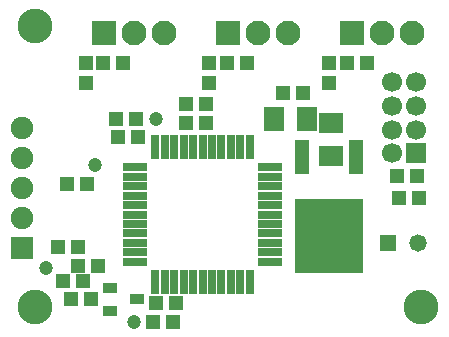
<source format=gbr>
G04 DipTrace 2.4.0.2*
%INTopMask.gbr*%
%MOIN*%
%ADD24R,0.0669X0.0669*%
%ADD25C,0.0669*%
%ADD28R,0.0748X0.0748*%
%ADD29C,0.0748*%
%ADD31C,0.0472*%
%ADD38C,0.116*%
%ADD45R,0.2264X0.25*%
%ADD47R,0.0472X0.1161*%
%ADD49R,0.0276X0.0787*%
%ADD51R,0.0787X0.0276*%
%ADD55R,0.0472X0.0512*%
%ADD57C,0.0827*%
%ADD58R,0.0827X0.0827*%
%ADD59R,0.0492X0.0335*%
%ADD63R,0.0579X0.0579*%
%ADD65C,0.0579*%
%ADD67R,0.0709X0.0787*%
%ADD69R,0.0787X0.0709*%
%ADD71R,0.0512X0.0472*%
%FSLAX44Y44*%
G04*
G70*
G90*
G75*
G01*
%LNTopMask*%
%LPD*%
D71*
X6440Y7013D3*
X5771D3*
X13940Y12138D3*
X13271D3*
X9690Y5138D3*
X9021D3*
X10690Y11763D3*
X10021D3*
X6440Y6388D3*
X7109D3*
X10690Y11138D3*
X10021D3*
X7712Y11292D3*
X8382D3*
D69*
X14877Y11138D3*
Y10035D3*
D67*
X14065Y11263D3*
X12963D3*
D71*
X17065Y9388D3*
X17734D3*
D65*
X17752Y7138D3*
D63*
X16752D3*
D38*
X5002Y5013D3*
Y14388D3*
X17877Y5013D3*
D24*
X17690Y10138D3*
D25*
Y10925D3*
Y11712D3*
Y12500D3*
X16903D3*
Y11712D3*
Y10925D3*
Y10138D3*
D28*
X4565Y6991D3*
D29*
Y7991D3*
Y8991D3*
Y9991D3*
Y10991D3*
D59*
X7502Y5638D3*
Y4890D3*
X8408Y5264D3*
D58*
X15565Y14138D3*
D57*
X16565D3*
X17565D3*
D58*
X7315D3*
D57*
X8315D3*
X9315D3*
D58*
X11440D3*
D57*
X12440D3*
X13440D3*
D71*
X17815Y8638D3*
X17146D3*
X5940Y5888D3*
X6609D3*
X6877Y5263D3*
X6208D3*
X8940Y4513D3*
X9609D3*
X6739Y9110D3*
X6070D3*
D55*
X14815Y13138D3*
Y12468D3*
X10815Y13138D3*
Y12468D3*
X6690Y13138D3*
Y12468D3*
D71*
X12065Y13138D3*
X11396D3*
X7940D3*
X7271D3*
X16065D3*
X15396D3*
X7757Y10678D3*
X8426D3*
D31*
X6992Y9735D3*
X5377Y6325D3*
X8315Y4513D3*
X9044Y11283D3*
D51*
X12831Y6516D3*
Y6831D3*
Y7146D3*
Y7461D3*
Y7776D3*
Y8091D3*
Y8406D3*
Y8721D3*
Y9036D3*
Y9351D3*
Y9666D3*
D49*
X12161Y10335D3*
X11846D3*
X11532D3*
X11217D3*
X10902D3*
X10587D3*
X10272D3*
X9957D3*
X9642D3*
X9327D3*
X9012D3*
D51*
X8343Y9666D3*
Y9351D3*
Y9036D3*
Y8721D3*
Y8406D3*
Y8091D3*
Y7776D3*
Y7461D3*
Y7146D3*
Y6831D3*
Y6516D3*
D49*
X9012Y5847D3*
X9327D3*
X9642D3*
X9957D3*
X10272D3*
X10587D3*
X10902D3*
X11217D3*
X11532D3*
X11846D3*
X12161D3*
D47*
X15690Y10013D3*
X13895D3*
D45*
X14792Y7375D3*
M02*

</source>
